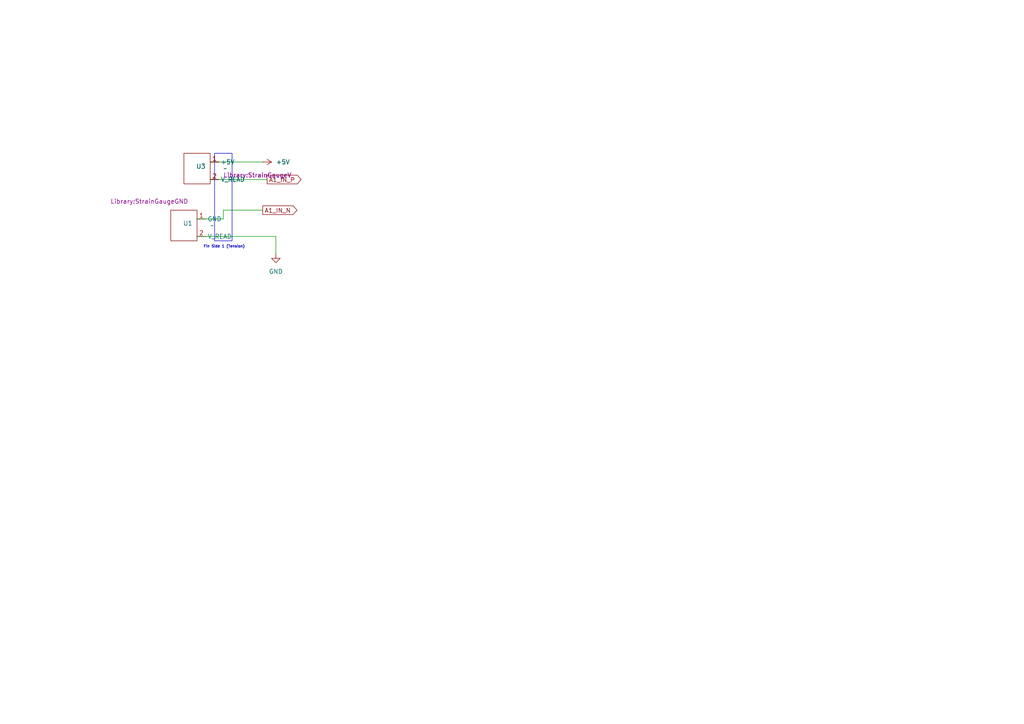
<source format=kicad_sch>
(kicad_sch (version 20250114) (generator "eeschema") (generator_version "9.0")
  (paper "A4")
  (lib_symbols
    (symbol "My_Library:StrainGaugeGND"
      (property "Reference" "U" (at 0 -1.016 0))
      (property "Footprint" "Library:StrainGaugeGND" (at 0 0 0))
      (symbol "StrainGaugeGND_0_1"
        (rectangle (start -3.81 3.81) (end 3.81 -5.08))
      )
      (symbol "StrainGaugeGND_1_1"
        (pin power_in line (at 3.81 1.27 0) (length 2.54) (name "GND") (number "1"))
        (pin bidirectional line (at 3.81 -3.81 0) (length 2.54) (name "V_READ") (number "2"))
      )
    )
    (symbol "My_Library:StrainGaugeV"
      (property "Reference" "U" (at 0 -1.016 0))
      (property "Footprint" "Library:StrainGaugeV" (at 0 0 0))
      (symbol "StrainGaugeV_0_1"
        (rectangle (start -3.81 3.81) (end 3.81 -5.08))
      )
      (symbol "StrainGaugeV_1_1"
        (pin power_in line (at 3.81 1.27 0) (length 2.54) (name "+5V") (number "1"))
        (pin bidirectional line (at 3.81 -3.81 0) (length 2.54) (name "V_READ") (number "2"))
      )
    )
    (symbol "power:+5V" (power) (pin_numbers (hide yes)) (pin_names (offset 0) (hide yes))
      (property "Value" "+5V" (at 0 3.556 0))
      (symbol "+5V_0_1"
        (polyline (pts (xy -0.762 1.27) (xy 0 2.54)))
        (polyline (pts (xy 0 2.54) (xy 0.762 1.27)))
        (polyline (pts (xy 0 0) (xy 0 2.54)))
      )
      (symbol "+5V_1_1"
        (pin power_in line (at 0 0 90) (length 0) (name "~") (number "1"))
      )
    )
    (symbol "power:GND" (power) (pin_numbers (hide yes)) (pin_names (offset 0) (hide yes))
      (property "Value" "GND" (at 0 -3.81 0))
      (symbol "GND_0_1"
        (polyline (pts (xy 0 0) (xy 0 -1.27) (xy 1.27 -1.27) (xy 0 -2.54) (xy -1.27 -1.27) (xy 0 -1.27)))
      )
      (symbol "GND_1_1"
        (pin power_in line (at 0 0 270) (length 0) (name "~") (number "1"))
      )
    )
  )
  (rectangle (start 62.23 44.45) (end 67.31 69.85))
  (text "Fin Side 1 (Tension)" (at 65.024 71.628 0) (effects (font (size 0.762 0.762))))
  (wire (pts (xy 80.01 68.58) (xy 80.01 73.66)))
  (wire (pts (xy 60.96 52.07) (xy 77.47 52.07)))
  (wire (pts (xy 64.77 60.96) (xy 64.77 63.5)))
  (wire (pts (xy 57.15 63.5) (xy 64.77 63.5)))
  (wire (pts (xy 64.77 60.96) (xy 76.2 60.96)))
  (wire (pts (xy 57.15 68.58) (xy 80.01 68.58)))
  (wire (pts (xy 60.96 46.99) (xy 76.2 46.99)))
  (global_label "A1_IN_N" (shape output) (at 76.2 60.96 0) (property "Intersheetrefs" "${INTERSHEET_REFS}" (effects (hide yes))))
  (global_label "A1_IN_P" (shape output) (at 77.47 52.07 0) (property "Intersheetrefs" "${INTERSHEET_REFS}" (effects (hide yes))))
  (symbol (lib_id "power:GND") (at 80.01 73.66 0) (unit 1)
    (property "Reference" "#PWR03" (effects (hide yes)))
    (property "Value" "GND" (at 80.01 78.74 0))
    (property "Description" "Power symbol creates a global label with name \"GND\" , ground" (effects (hide yes)))
  )
  (symbol (lib_id "My_Library:StrainGaugeGND") (at 53.34 64.77 0) (unit 1)
    (property "Reference" "U1" (at 53.086 64.77 0) (effects (justify left)))
    (property "Value" "~" (at 60.96 65.405 0) (effects (justify left)))
    (property "Footprint" "Library:StrainGaugeGND" (at 32.004 58.42 0) (effects (justify left)))
  )
  (symbol (lib_id "My_Library:StrainGaugeV") (at 57.15 48.26 0) (unit 1)
    (property "Reference" "U3" (at 56.896 48.26 0) (effects (justify left)))
    (property "Value" "~" (at 64.77 48.895 0) (effects (justify left)))
    (property "Footprint" "Library:StrainGaugeV" (at 64.77 50.7999 0) (effects (justify left)))
  )
  (symbol (lib_id "power:+5V") (at 76.2 46.99 270) (unit 1)
    (property "Reference" "#PWR04" (effects (hide yes)))
    (property "Value" "+5V" (at 80.01 46.9899 90) (effects (justify left)))
    (property "Description" "Power symbol creates a global label with name \"+5V\"" (effects (hide yes)))
  )
)
</source>
